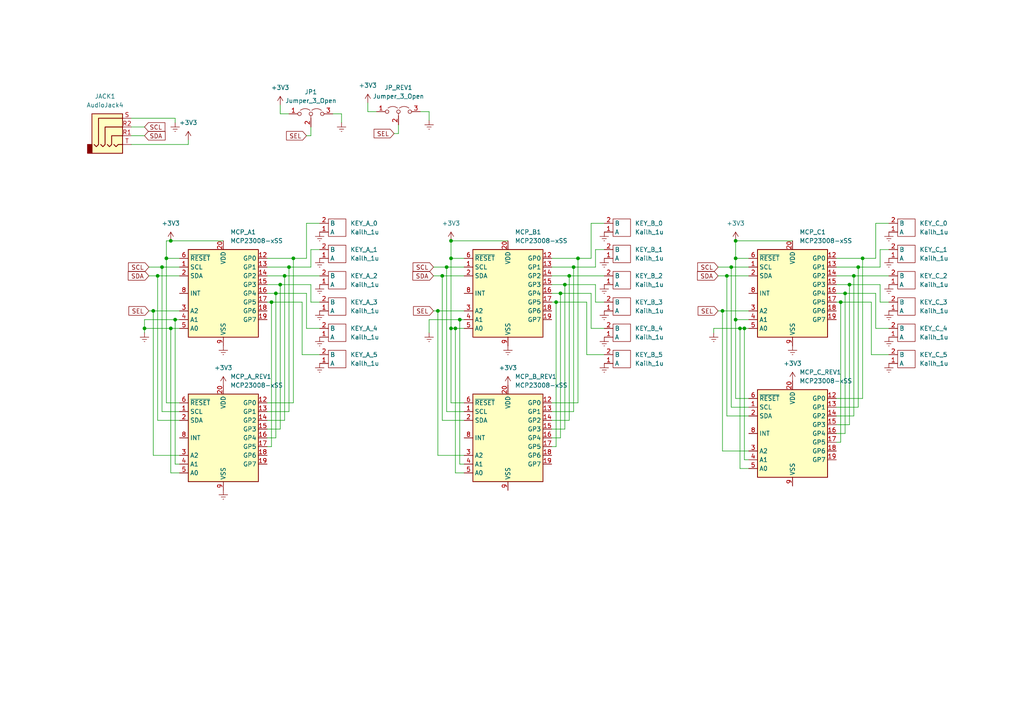
<source format=kicad_sch>
(kicad_sch (version 20211123) (generator eeschema)
  (paper "A4")
  (lib_symbols
    (symbol "Connector:AudioJack4"
      (property "Reference" "J" (at 0 8.89 0))
      (property "Value" "AudioJack4" (at 0 6.35 0))
      (symbol "AudioJack4_0_1"
        (rectangle (start -6.35 -5.08) (end -7.62 -7.62) (stroke (width 0.254)) (fill (type outline)))
        (polyline (pts (xy 0 -5.08) (xy 0.635 -5.715) (xy 1.27 -5.08) (xy 2.54 -5.08)) (stroke (width 0.254)))
        (polyline (pts (xy -5.715 -5.08) (xy -5.08 -5.715) (xy -4.445 -5.08) (xy -4.445 2.54) (xy 2.54 2.54)) (stroke (width 0.254)))
        (polyline (pts (xy -1.905 -5.08) (xy -1.27 -5.715) (xy -0.635 -5.08) (xy -0.635 -2.54) (xy 2.54 -2.54)) (stroke (width 0.254)))
        (polyline (pts (xy 2.54 0) (xy -2.54 0) (xy -2.54 -5.08) (xy -3.175 -5.715) (xy -3.81 -5.08)) (stroke (width 0.254)))
        (rectangle (start 2.54 3.81) (end -6.35 -7.62) (stroke (width 0.254)) (fill (type background)))
      )
      (symbol "AudioJack4_1_1"
        (pin passive line (at 5.08 -2.54 180) (length 2.54) (name "~") (number "R1"))
        (pin passive line (at 5.08 0 180) (length 2.54) (name "~") (number "R2"))
        (pin passive line (at 5.08 2.54 180) (length 2.54) (name "~") (number "S"))
        (pin passive line (at 5.08 -5.08 180) (length 2.54) (name "~") (number "T"))
      )
    )
    (symbol "Interface_Expansion:MCP23008-xSS"
      (property "Reference" "U" (at -8.89 13.97 0))
      (property "Value" "MCP23008-xSS" (at 8.89 13.97 0))
      (symbol "MCP23008-xSS_0_1"
        (rectangle (start -10.16 12.7) (end 10.16 -12.7) (stroke (width 0.254)) (fill (type background)))
      )
      (symbol "MCP23008-xSS_1_1"
        (pin input line (at -12.7 7.62 0) (length 2.54) (name "SCL") (number "1"))
        (pin no_connect line (at -10.16 -2.54 0) (length 2.54) hide (name "NC") (number "10"))
        (pin no_connect line (at 10.16 -10.16 180) (length 2.54) hide (name "NC") (number "11"))
        (pin bidirectional line (at 12.7 10.16 180) (length 2.54) (name "GP0") (number "12"))
        (pin bidirectional line (at 12.7 7.62 180) (length 2.54) (name "GP1") (number "13"))
        (pin bidirectional line (at 12.7 5.08 180) (length 2.54) (name "GP2") (number "14"))
        (pin bidirectional line (at 12.7 2.54 180) (length 2.54) (name "GP3") (number "15"))
        (pin bidirectional line (at 12.7 0 180) (length 2.54) (name "GP4") (number "16"))
        (pin bidirectional line (at 12.7 -2.54 180) (length 2.54) (name "GP5") (number "17"))
        (pin bidirectional line (at 12.7 -5.08 180) (length 2.54) (name "GP6") (number "18"))
        (pin bidirectional line (at 12.7 -7.62 180) (length 2.54) (name "GP7") (number "19"))
        (pin bidirectional line (at -12.7 5.08 0) (length 2.54) (name "SDA") (number "2"))
        (pin power_in line (at 0 15.24 270) (length 2.54) (name "VDD") (number "20"))
        (pin input line (at -12.7 -5.08 0) (length 2.54) (name "A2") (number "3"))
        (pin input line (at -12.7 -7.62 0) (length 2.54) (name "A1") (number "4"))
        (pin input line (at -12.7 -10.16 0) (length 2.54) (name "A0") (number "5"))
        (pin input line (at -12.7 10.16 0) (length 2.54) (name "~{RESET}") (number "6"))
        (pin no_connect line (at -10.16 2.54 0) (length 2.54) hide (name "NC") (number "7"))
        (pin output line (at -12.7 0 0) (length 2.54) (name "INT") (number "8"))
        (pin power_in line (at 0 -15.24 90) (length 2.54) (name "VSS") (number "9"))
      )
    )
    (symbol "Jumper:Jumper_3_Open" (pin_names (offset 0) hide)
      (property "Reference" "JP" (at -2.54 -2.54 0))
      (property "Value" "Jumper_3_Open" (at 0 2.794 0))
      (symbol "Jumper_3_Open_0_0"
        (circle (center -3.302 0) (radius 0.508))
        (circle (center 0 0) (radius 0.508))
        (circle (center 3.302 0) (radius 0.508))
      )
      (symbol "Jumper_3_Open_0_1"
        (arc (start -0.254 1.016) (mid -1.651 1.4992) (end -3.048 1.016))
        (polyline (pts (xy 0 -0.508) (xy 0 -1.27)))
        (arc (start 3.048 1.016) (mid 1.651 1.4992) (end 0.254 1.016))
      )
      (symbol "Jumper_3_Open_1_1"
        (pin passive line (at -6.35 0 0) (length 2.54) (name "A") (number "1"))
        (pin passive line (at 0 -3.81 90) (length 2.54) (name "C") (number "2"))
        (pin passive line (at 6.35 0 180) (length 2.54) (name "B") (number "3"))
      )
    )
    (symbol "power:+3.3V" (power) (pin_names (offset 0))
      (property "Value" "+3.3V" (at 0 3.556 0))
      (symbol "+3.3V_0_1"
        (polyline (pts (xy -0.762 1.27) (xy 0 2.54)))
        (polyline (pts (xy 0 0) (xy 0 2.54)))
        (polyline (pts (xy 0 2.54) (xy 0.762 1.27)))
      )
      (symbol "+3.3V_1_1"
        (pin power_in line (at 0 0 90) (length 0) hide (name "+3V3") (number "1"))
      )
    )
    (symbol "power:Earth" (power) (pin_names (offset 0))
      (symbol "Earth_0_1"
        (polyline (pts (xy -0.635 -1.905) (xy 0.635 -1.905)))
        (polyline (pts (xy -0.127 -2.54) (xy 0.127 -2.54)))
        (polyline (pts (xy 0 -1.27) (xy 0 0)))
        (polyline (pts (xy 1.27 -1.27) (xy -1.27 -1.27)))
      )
      (symbol "Earth_1_1"
        (pin power_in line (at 0 0 270) (length 0) hide (name "Earth") (number "1"))
      )
    )
    (symbol "projectLibrary:Kailh_1u"
      (property "Reference" "U" (at 8.89 -1.27 0))
      (property "Value" "Kailh_1u" (at 12.7 1.27 0))
      (symbol "Kailh_1u_0_1"
        (rectangle (start 2.54 2.54) (end 7.62 -2.54))
      )
      (symbol "Kailh_1u_1_1"
        (pin bidirectional line (at 0 -1.27 0) (length 2.54) (name "A") (number "1"))
        (pin bidirectional line (at 0 1.27 0) (length 2.54) (name "B") (number "2"))
      )
    )
  )
  (junction (at 85.09 74.93))
  (junction (at 163.83 82.55))
  (junction (at 166.37 77.47))
  (junction (at 250.19 74.93))
  (junction (at 130.81 95.25))
  (junction (at 246.38 82.55))
  (junction (at 245.11 85.09))
  (junction (at 46.99 77.47))
  (junction (at 213.36 74.93))
  (junction (at 132.08 95.25))
  (junction (at 214.63 95.25))
  (junction (at 162.56 85.09))
  (junction (at 130.81 69.85))
  (junction (at 167.64 74.93))
  (junction (at 50.8 92.71))
  (junction (at 165.1 80.01))
  (junction (at 247.65 80.01))
  (junction (at 48.26 74.93))
  (junction (at 45.72 80.01))
  (junction (at 130.81 74.93))
  (junction (at 81.28 82.55))
  (junction (at 78.74 87.63))
  (junction (at 127 90.17))
  (junction (at 209.55 90.17))
  (junction (at 41.91 95.25))
  (junction (at 161.29 87.63))
  (junction (at 129.54 77.47))
  (junction (at 82.55 80.01))
  (junction (at 83.82 77.47))
  (junction (at 213.36 92.71))
  (junction (at 215.9 95.25))
  (junction (at 248.92 77.47))
  (junction (at 44.45 90.17))
  (junction (at 80.01 85.09))
  (junction (at 133.35 92.71))
  (junction (at 213.36 69.85))
  (junction (at 210.82 80.01))
  (junction (at 49.53 69.85))
  (junction (at 128.27 80.01))
  (junction (at 212.09 77.47))
  (junction (at 243.84 87.63))
  (junction (at 49.53 95.25))
  (wire (pts (xy 129.54 77.47) (xy 134.62 77.47)))
  (wire (pts (xy 246.38 123.19) (xy 246.38 82.55)))
  (wire (pts (xy 254 74.93) (xy 254 64.77)))
  (wire (pts (xy 242.57 123.19) (xy 246.38 123.19)))
  (wire (pts (xy 172.72 82.55) (xy 172.72 87.63)))
  (wire (pts (xy 172.72 72.39) (xy 175.26 72.39)))
  (wire (pts (xy 99.06 33.02) (xy 99.06 35.56)))
  (wire (pts (xy 38.1 36.83) (xy 41.91 36.83)))
  (wire (pts (xy 130.81 116.84) (xy 130.81 95.25)))
  (wire (pts (xy 250.19 115.57) (xy 250.19 74.93)))
  (wire (pts (xy 88.9 64.77) (xy 92.71 64.77)))
  (wire (pts (xy 41.91 92.71) (xy 41.91 95.25)))
  (wire (pts (xy 132.08 95.25) (xy 130.81 95.25)))
  (wire (pts (xy 217.17 130.81) (xy 209.55 130.81)))
  (wire (pts (xy 213.36 115.57) (xy 213.36 92.71)))
  (wire (pts (xy 247.65 80.01) (xy 257.81 80.01)))
  (wire (pts (xy 90.17 82.55) (xy 90.17 87.63)))
  (wire (pts (xy 109.22 32.385) (xy 106.68 32.385)))
  (wire (pts (xy 208.28 80.01) (xy 210.82 80.01)))
  (wire (pts (xy 77.47 85.09) (xy 80.01 85.09)))
  (wire (pts (xy 243.84 87.63) (xy 252.73 87.63)))
  (wire (pts (xy 49.53 95.25) (xy 41.91 95.25)))
  (wire (pts (xy 217.17 120.65) (xy 210.82 120.65)))
  (wire (pts (xy 52.07 134.62) (xy 50.8 134.62)))
  (wire (pts (xy 163.83 82.55) (xy 172.72 82.55)))
  (wire (pts (xy 160.02 116.84) (xy 167.64 116.84)))
  (wire (pts (xy 38.1 41.91) (xy 54.61 41.91)))
  (wire (pts (xy 77.47 77.47) (xy 83.82 77.47)))
  (wire (pts (xy 124.46 32.385) (xy 124.46 34.925)))
  (wire (pts (xy 134.62 121.92) (xy 128.27 121.92)))
  (wire (pts (xy 46.99 77.47) (xy 52.07 77.47)))
  (wire (pts (xy 90.17 72.39) (xy 92.71 72.39)))
  (wire (pts (xy 128.27 121.92) (xy 128.27 80.01)))
  (wire (pts (xy 255.27 77.47) (xy 255.27 72.39)))
  (wire (pts (xy 160.02 121.92) (xy 165.1 121.92)))
  (wire (pts (xy 243.84 128.27) (xy 243.84 87.63)))
  (wire (pts (xy 85.09 74.93) (xy 88.9 74.93)))
  (wire (pts (xy 50.8 92.71) (xy 41.91 92.71)))
  (wire (pts (xy 43.18 90.17) (xy 44.45 90.17)))
  (wire (pts (xy 215.9 133.35) (xy 215.9 95.25)))
  (wire (pts (xy 245.11 85.09) (xy 254 85.09)))
  (wire (pts (xy 247.65 120.65) (xy 247.65 80.01)))
  (wire (pts (xy 130.81 69.85) (xy 147.32 69.85)))
  (wire (pts (xy 114.3 38.735) (xy 115.57 38.735)))
  (wire (pts (xy 52.07 116.84) (xy 48.26 116.84)))
  (wire (pts (xy 83.82 33.02) (xy 81.28 33.02)))
  (wire (pts (xy 133.35 92.71) (xy 134.62 92.71)))
  (wire (pts (xy 208.28 77.47) (xy 212.09 77.47)))
  (wire (pts (xy 88.9 85.09) (xy 88.9 95.25)))
  (wire (pts (xy 160.02 80.01) (xy 165.1 80.01)))
  (wire (pts (xy 41.91 95.25) (xy 41.91 96.52)))
  (wire (pts (xy 165.1 80.01) (xy 175.26 80.01)))
  (wire (pts (xy 248.92 118.11) (xy 248.92 77.47)))
  (wire (pts (xy 134.62 119.38) (xy 129.54 119.38)))
  (wire (pts (xy 48.26 116.84) (xy 48.26 74.93)))
  (wire (pts (xy 242.57 118.11) (xy 248.92 118.11)))
  (wire (pts (xy 127 132.08) (xy 127 90.17)))
  (wire (pts (xy 96.52 33.02) (xy 99.06 33.02)))
  (wire (pts (xy 45.72 80.01) (xy 52.07 80.01)))
  (wire (pts (xy 208.28 90.17) (xy 209.55 90.17)))
  (wire (pts (xy 254 85.09) (xy 254 95.25)))
  (wire (pts (xy 52.07 121.92) (xy 45.72 121.92)))
  (wire (pts (xy 130.81 69.85) (xy 130.81 74.93)))
  (wire (pts (xy 170.18 102.87) (xy 175.26 102.87)))
  (wire (pts (xy 85.09 116.84) (xy 85.09 74.93)))
  (wire (pts (xy 52.07 119.38) (xy 46.99 119.38)))
  (wire (pts (xy 215.9 95.25) (xy 217.17 95.25)))
  (wire (pts (xy 246.38 82.55) (xy 255.27 82.55)))
  (wire (pts (xy 45.72 80.01) (xy 45.72 121.92)))
  (wire (pts (xy 81.28 82.55) (xy 90.17 82.55)))
  (wire (pts (xy 160.02 129.54) (xy 161.29 129.54)))
  (wire (pts (xy 52.07 137.16) (xy 49.53 137.16)))
  (wire (pts (xy 78.74 87.63) (xy 87.63 87.63)))
  (wire (pts (xy 38.1 39.37) (xy 41.91 39.37)))
  (wire (pts (xy 77.47 129.54) (xy 78.74 129.54)))
  (wire (pts (xy 242.57 125.73) (xy 245.11 125.73)))
  (wire (pts (xy 48.26 74.93) (xy 48.26 69.85)))
  (wire (pts (xy 213.36 69.85) (xy 213.36 74.93)))
  (wire (pts (xy 166.37 119.38) (xy 166.37 77.47)))
  (wire (pts (xy 90.17 77.47) (xy 90.17 72.39)))
  (wire (pts (xy 83.82 77.47) (xy 83.82 119.38)))
  (wire (pts (xy 87.63 87.63) (xy 87.63 102.87)))
  (wire (pts (xy 121.92 32.385) (xy 124.46 32.385)))
  (wire (pts (xy 160.02 127) (xy 162.56 127)))
  (wire (pts (xy 54.61 41.91) (xy 54.61 40.64)))
  (wire (pts (xy 210.82 120.65) (xy 210.82 80.01)))
  (wire (pts (xy 213.36 74.93) (xy 213.36 92.71)))
  (wire (pts (xy 124.46 92.71) (xy 124.46 96.52)))
  (wire (pts (xy 130.81 74.93) (xy 130.81 95.25)))
  (wire (pts (xy 134.62 134.62) (xy 133.35 134.62)))
  (wire (pts (xy 77.47 124.46) (xy 81.28 124.46)))
  (wire (pts (xy 171.45 74.93) (xy 171.45 64.77)))
  (wire (pts (xy 49.53 137.16) (xy 49.53 95.25)))
  (wire (pts (xy 129.54 119.38) (xy 129.54 77.47)))
  (wire (pts (xy 77.47 119.38) (xy 83.82 119.38)))
  (wire (pts (xy 52.07 132.08) (xy 44.45 132.08)))
  (wire (pts (xy 213.36 69.85) (xy 229.87 69.85)))
  (wire (pts (xy 161.29 129.54) (xy 161.29 87.63)))
  (wire (pts (xy 134.62 95.25) (xy 132.08 95.25)))
  (wire (pts (xy 132.08 137.16) (xy 132.08 95.25)))
  (wire (pts (xy 160.02 85.09) (xy 162.56 85.09)))
  (wire (pts (xy 210.82 80.01) (xy 217.17 80.01)))
  (wire (pts (xy 134.62 116.84) (xy 130.81 116.84)))
  (wire (pts (xy 171.45 64.77) (xy 175.26 64.77)))
  (wire (pts (xy 77.47 82.55) (xy 81.28 82.55)))
  (wire (pts (xy 49.53 69.85) (xy 64.77 69.85)))
  (wire (pts (xy 128.27 80.01) (xy 134.62 80.01)))
  (wire (pts (xy 172.72 87.63) (xy 175.26 87.63)))
  (wire (pts (xy 160.02 119.38) (xy 166.37 119.38)))
  (wire (pts (xy 77.47 74.93) (xy 85.09 74.93)))
  (wire (pts (xy 115.57 38.735) (xy 115.57 36.195)))
  (wire (pts (xy 254 95.25) (xy 257.81 95.25)))
  (wire (pts (xy 80.01 85.09) (xy 80.01 127)))
  (wire (pts (xy 172.72 77.47) (xy 172.72 72.39)))
  (wire (pts (xy 134.62 137.16) (xy 132.08 137.16)))
  (wire (pts (xy 160.02 124.46) (xy 163.83 124.46)))
  (wire (pts (xy 242.57 74.93) (xy 250.19 74.93)))
  (wire (pts (xy 214.63 135.89) (xy 214.63 95.25)))
  (wire (pts (xy 217.17 92.71) (xy 213.36 92.71)))
  (wire (pts (xy 250.19 74.93) (xy 254 74.93)))
  (wire (pts (xy 248.92 77.47) (xy 255.27 77.47)))
  (wire (pts (xy 83.82 77.47) (xy 90.17 77.47)))
  (wire (pts (xy 127 90.17) (xy 134.62 90.17)))
  (wire (pts (xy 245.11 125.73) (xy 245.11 85.09)))
  (wire (pts (xy 162.56 85.09) (xy 171.45 85.09)))
  (wire (pts (xy 242.57 77.47) (xy 248.92 77.47)))
  (wire (pts (xy 46.99 119.38) (xy 46.99 77.47)))
  (wire (pts (xy 217.17 135.89) (xy 214.63 135.89)))
  (wire (pts (xy 212.09 118.11) (xy 212.09 77.47)))
  (wire (pts (xy 252.73 87.63) (xy 252.73 102.87)))
  (wire (pts (xy 52.07 92.71) (xy 50.8 92.71)))
  (wire (pts (xy 43.18 77.47) (xy 46.99 77.47)))
  (wire (pts (xy 80.01 85.09) (xy 88.9 85.09)))
  (wire (pts (xy 167.64 74.93) (xy 171.45 74.93)))
  (wire (pts (xy 77.47 87.63) (xy 78.74 87.63)))
  (wire (pts (xy 209.55 130.81) (xy 209.55 90.17)))
  (wire (pts (xy 252.73 102.87) (xy 257.81 102.87)))
  (wire (pts (xy 81.28 124.46) (xy 81.28 82.55)))
  (wire (pts (xy 88.9 95.25) (xy 92.71 95.25)))
  (wire (pts (xy 50.8 34.29) (xy 50.8 35.56)))
  (wire (pts (xy 81.28 30.48) (xy 81.28 33.02)))
  (wire (pts (xy 242.57 82.55) (xy 246.38 82.55)))
  (wire (pts (xy 242.57 87.63) (xy 243.84 87.63)))
  (wire (pts (xy 160.02 77.47) (xy 166.37 77.47)))
  (wire (pts (xy 77.47 80.01) (xy 82.55 80.01)))
  (wire (pts (xy 124.46 92.71) (xy 133.35 92.71)))
  (wire (pts (xy 48.26 69.85) (xy 49.53 69.85)))
  (wire (pts (xy 130.81 74.93) (xy 134.62 74.93)))
  (wire (pts (xy 171.45 95.25) (xy 175.26 95.25)))
  (wire (pts (xy 170.18 87.63) (xy 170.18 102.87)))
  (wire (pts (xy 165.1 121.92) (xy 165.1 80.01)))
  (wire (pts (xy 217.17 118.11) (xy 212.09 118.11)))
  (wire (pts (xy 163.83 124.46) (xy 163.83 82.55)))
  (wire (pts (xy 50.8 92.71) (xy 50.8 134.62)))
  (wire (pts (xy 78.74 129.54) (xy 78.74 87.63)))
  (wire (pts (xy 254 64.77) (xy 257.81 64.77)))
  (wire (pts (xy 171.45 85.09) (xy 171.45 95.25)))
  (wire (pts (xy 87.63 102.87) (xy 92.71 102.87)))
  (wire (pts (xy 161.29 87.63) (xy 170.18 87.63)))
  (wire (pts (xy 43.18 80.01) (xy 45.72 80.01)))
  (wire (pts (xy 134.62 132.08) (xy 127 132.08)))
  (wire (pts (xy 166.37 77.47) (xy 172.72 77.47)))
  (wire (pts (xy 133.35 134.62) (xy 133.35 92.71)))
  (wire (pts (xy 90.17 87.63) (xy 92.71 87.63)))
  (wire (pts (xy 82.55 80.01) (xy 92.71 80.01)))
  (wire (pts (xy 77.47 127) (xy 80.01 127)))
  (wire (pts (xy 160.02 87.63) (xy 161.29 87.63)))
  (wire (pts (xy 207.01 95.25) (xy 214.63 95.25)))
  (wire (pts (xy 242.57 80.01) (xy 247.65 80.01)))
  (wire (pts (xy 255.27 82.55) (xy 255.27 87.63)))
  (wire (pts (xy 162.56 127) (xy 162.56 85.09)))
  (wire (pts (xy 77.47 121.92) (xy 82.55 121.92)))
  (wire (pts (xy 213.36 74.93) (xy 217.17 74.93)))
  (wire (pts (xy 90.17 39.37) (xy 90.17 36.83)))
  (wire (pts (xy 214.63 95.25) (xy 215.9 95.25)))
  (wire (pts (xy 209.55 90.17) (xy 217.17 90.17)))
  (wire (pts (xy 82.55 121.92) (xy 82.55 80.01)))
  (wire (pts (xy 38.1 34.29) (xy 50.8 34.29)))
  (wire (pts (xy 44.45 132.08) (xy 44.45 90.17)))
  (wire (pts (xy 242.57 120.65) (xy 247.65 120.65)))
  (wire (pts (xy 52.07 95.25) (xy 49.53 95.25)))
  (wire (pts (xy 167.64 116.84) (xy 167.64 74.93)))
  (wire (pts (xy 52.07 74.93) (xy 48.26 74.93)))
  (wire (pts (xy 242.57 115.57) (xy 250.19 115.57)))
  (wire (pts (xy 160.02 74.93) (xy 167.64 74.93)))
  (wire (pts (xy 255.27 72.39) (xy 257.81 72.39)))
  (wire (pts (xy 88.9 39.37) (xy 90.17 39.37)))
  (wire (pts (xy 217.17 133.35) (xy 215.9 133.35)))
  (wire (pts (xy 44.45 90.17) (xy 52.07 90.17)))
  (wire (pts (xy 255.27 87.63) (xy 257.81 87.63)))
  (wire (pts (xy 125.73 77.47) (xy 129.54 77.47)))
  (wire (pts (xy 88.9 74.93) (xy 88.9 64.77)))
  (wire (pts (xy 106.68 29.845) (xy 106.68 32.385)))
  (wire (pts (xy 160.02 82.55) (xy 163.83 82.55)))
  (wire (pts (xy 242.57 85.09) (xy 245.11 85.09)))
  (wire (pts (xy 125.73 80.01) (xy 128.27 80.01)))
  (wire (pts (xy 217.17 115.57) (xy 213.36 115.57)))
  (wire (pts (xy 77.47 116.84) (xy 85.09 116.84)))
  (wire (pts (xy 207.01 96.52) (xy 207.01 95.25)))
  (wire (pts (xy 242.57 128.27) (xy 243.84 128.27)))
  (wire (pts (xy 125.73 90.17) (xy 127 90.17)))
  (wire (pts (xy 212.09 77.47) (xy 217.17 77.47)))
  (global_label "SEL" (shape input) (at 43.18 90.17 180) (property "Intersheet References" "${INTERSHEET_REFS}" (effects hide)))
  (global_label "SEL" (shape input) (at 125.73 90.17 180) (property "Intersheet References" "${INTERSHEET_REFS}" (effects hide)))
  (global_label "SCL" (shape input) (at 125.73 77.47 180) (property "Intersheet References" "${INTERSHEET_REFS}" (effects hide)))
  (global_label "SEL" (shape input) (at 208.28 90.17 180) (property "Intersheet References" "${INTERSHEET_REFS}" (effects hide)))
  (global_label "SEL" (shape input) (at 88.9 39.37 180) (property "Intersheet References" "${INTERSHEET_REFS}" (effects hide)))
  (global_label "SDA" (shape input) (at 125.73 80.01 180) (property "Intersheet References" "${INTERSHEET_REFS}" (effects hide)))
  (global_label "SCL" (shape input) (at 41.91 36.83 0) (property "Intersheet References" "${INTERSHEET_REFS}" (effects hide)))
  (global_label "SDA" (shape input) (at 208.28 80.01 180) (property "Intersheet References" "${INTERSHEET_REFS}" (effects hide)))
  (global_label "SCL" (shape input) (at 208.28 77.47 180) (property "Intersheet References" "${INTERSHEET_REFS}" (effects hide)))
  (global_label "SCL" (shape input) (at 43.18 77.47 180) (property "Intersheet References" "${INTERSHEET_REFS}" (effects hide)))
  (global_label "SDA" (shape input) (at 41.91 39.37 0) (property "Intersheet References" "${INTERSHEET_REFS}" (effects hide)))
  (global_label "SEL" (shape input) (at 114.3 38.735 180) (property "Intersheet References" "${INTERSHEET_REFS}" (effects hide)))
  (global_label "SDA" (shape input) (at 43.18 80.01 180) (property "Intersheet References" "${INTERSHEET_REFS}" (effects hide)))
  (symbol (lib_id "power:Earth") (at 257.81 74.93 0) (unit 1)
    (property "Reference" "#PWR0119" (effects hide))
    (property "Value" "Earth" (effects hide))
  )
  (symbol (lib_id "projectLibrary:Kailh_1u") (at 257.81 73.66 0) (unit 1)
    (property "Reference" "KEY_C_1" (at 266.7 72.3899 0) (effects (justify left)))
    (property "Value" "Kailh_1u" (at 266.7 74.9299 0) (effects (justify left)))
    (property "Footprint" "kailh:SW_PG1350_reversible" (effects hide))
  )
  (symbol (lib_id "power:Earth") (at 175.26 74.93 0) (unit 1)
    (property "Reference" "#PWR0110" (effects hide))
    (property "Value" "Earth" (effects hide))
  )
  (symbol (lib_id "projectLibrary:Kailh_1u") (at 175.26 88.9 0) (unit 1)
    (property "Reference" "KEY_B_3" (at 184.15 87.6299 0) (effects (justify left)))
    (property "Value" "Kailh_1u" (at 184.15 90.1699 0) (effects (justify left)))
    (property "Footprint" "kailh:SW_PG1350_reversible" (effects hide))
  )
  (symbol (lib_id "Interface_Expansion:MCP23008-xSS") (at 229.87 125.73 0) (unit 1)
    (property "Reference" "MCP_C_REV1" (at 231.8894 107.95 0) (effects (justify left)))
    (property "Value" "MCP23008-xSS" (at 231.8894 110.49 0) (effects (justify left)))
    (property "Footprint" "Package_SO:SSOP-20_5.3x7.2mm_P0.65mm" (effects hide))
    (property "Datasheet" "http://ww1.microchip.com/downloads/en/DeviceDoc/MCP23008-MCP23S08-Data-Sheet-20001919F.pdf" (effects hide))
  )
  (symbol (lib_id "power:+3.3V") (at 64.77 111.76 0) (unit 1)
    (property "Reference" "#PWR?" (effects hide))
    (property "Value" "+3.3V" (at 64.77 106.68 0))
  )
  (symbol (lib_id "projectLibrary:Kailh_1u") (at 92.71 104.14 0) (unit 1)
    (property "Reference" "KEY_A_5" (at 101.6 102.8699 0) (effects (justify left)))
    (property "Value" "Kailh_1u" (at 101.6 105.4099 0) (effects (justify left)))
    (property "Footprint" "kailh:SW_PG1350_reversible" (effects hide))
  )
  (symbol (lib_id "power:Earth") (at 175.26 90.17 0) (unit 1)
    (property "Reference" "#PWR0114" (effects hide))
    (property "Value" "Earth" (effects hide))
  )
  (symbol (lib_id "projectLibrary:Kailh_1u") (at 257.81 88.9 0) (unit 1)
    (property "Reference" "KEY_C_3" (at 266.7 87.6299 0) (effects (justify left)))
    (property "Value" "Kailh_1u" (at 266.7 90.1699 0) (effects (justify left)))
    (property "Footprint" "kailh:SW_PG1350_reversible" (effects hide))
  )
  (symbol (lib_id "power:+3.3V") (at 54.61 40.64 0) (unit 1)
    (property "Reference" "#PWR0106" (effects hide))
    (property "Value" "+3.3V" (at 54.61 35.56 0))
  )
  (symbol (lib_id "power:Earth") (at 64.77 100.33 0) (unit 1)
    (property "Reference" "#PWR0128" (effects hide))
    (property "Value" "Earth" (effects hide))
  )
  (symbol (lib_id "power:Earth") (at 175.26 105.41 0) (unit 1)
    (property "Reference" "#PWR0111" (effects hide))
    (property "Value" "Earth" (effects hide))
  )
  (symbol (lib_id "power:+3.3V") (at 213.36 69.85 0) (unit 1)
    (property "Reference" "#PWR0118" (effects hide))
    (property "Value" "+3.3V" (at 213.36 64.77 0))
  )
  (symbol (lib_id "Interface_Expansion:MCP23008-xSS") (at 64.77 85.09 0) (unit 1)
    (property "Reference" "MCP_A1" (at 66.7894 67.31 0) (effects (justify left)))
    (property "Value" "MCP23008-xSS" (at 66.7894 69.85 0) (effects (justify left)))
    (property "Footprint" "Package_SO:SSOP-20_5.3x7.2mm_P0.65mm" (effects hide))
    (property "Datasheet" "http://ww1.microchip.com/downloads/en/DeviceDoc/MCP23008-MCP23S08-Data-Sheet-20001919F.pdf" (effects hide))
  )
  (symbol (lib_id "projectLibrary:Kailh_1u") (at 257.81 66.04 0) (unit 1)
    (property "Reference" "KEY_C_0" (at 266.7 64.7699 0) (effects (justify left)))
    (property "Value" "Kailh_1u" (at 266.7 67.3099 0) (effects (justify left)))
    (property "Footprint" "kailh:SW_PG1350_reversible" (effects hide))
  )
  (symbol (lib_id "projectLibrary:Kailh_1u") (at 92.71 81.28 0) (unit 1)
    (property "Reference" "KEY_A_2" (at 101.6 80.0099 0) (effects (justify left)))
    (property "Value" "Kailh_1u" (at 101.6 82.5499 0) (effects (justify left)))
    (property "Footprint" "kailh:SW_PG1350_reversible" (effects hide))
  )
  (symbol (lib_id "power:Earth") (at 50.8 35.56 0) (unit 1)
    (property "Reference" "#PWR0107" (effects hide))
    (property "Value" "Earth" (effects hide))
  )
  (symbol (lib_id "power:Earth") (at 175.26 82.55 0) (unit 1)
    (property "Reference" "#PWR0113" (effects hide))
    (property "Value" "Earth" (effects hide))
  )
  (symbol (lib_id "power:Earth") (at 92.71 97.79 0) (unit 1)
    (property "Reference" "#PWR0125" (effects hide))
    (property "Value" "Earth" (effects hide))
  )
  (symbol (lib_id "power:Earth") (at 41.91 96.52 0) (unit 1)
    (property "Reference" "#PWR0123" (effects hide))
    (property "Value" "Earth" (effects hide))
  )
  (symbol (lib_id "power:Earth") (at 257.81 90.17 0) (unit 1)
    (property "Reference" "#PWR0117" (effects hide))
    (property "Value" "Earth" (effects hide))
  )
  (symbol (lib_id "power:+3.3V") (at 130.81 69.85 0) (unit 1)
    (property "Reference" "#PWR0101" (effects hide))
    (property "Value" "+3.3V" (at 130.81 64.77 0))
  )
  (symbol (lib_id "power:Earth") (at 92.71 105.41 0) (unit 1)
    (property "Reference" "#PWR0126" (effects hide))
    (property "Value" "Earth" (effects hide))
  )
  (symbol (lib_id "Jumper:Jumper_3_Open") (at 90.17 33.02 0) (unit 1)
    (property "Reference" "JP1" (at 90.17 26.67 0))
    (property "Value" "Jumper_3_Open" (at 90.17 29.21 0))
    (property "Footprint" "Jumper:SolderJumper-3_P1.3mm_Open_Pad1.0x1.5mm" (effects hide))
  )
  (symbol (lib_id "projectLibrary:Kailh_1u") (at 175.26 81.28 0) (unit 1)
    (property "Reference" "KEY_B_2" (at 184.15 80.0099 0) (effects (justify left)))
    (property "Value" "Kailh_1u" (at 184.15 82.5499 0) (effects (justify left)))
    (property "Footprint" "kailh:SW_PG1350_reversible" (effects hide))
  )
  (symbol (lib_id "power:Earth") (at 124.46 34.925 0) (unit 1)
    (property "Reference" "#PWR0133" (effects hide))
    (property "Value" "Earth" (effects hide))
  )
  (symbol (lib_id "power:Earth") (at 257.81 67.31 0) (unit 1)
    (property "Reference" "#PWR0120" (effects hide))
    (property "Value" "Earth" (effects hide))
  )
  (symbol (lib_id "power:Earth") (at 257.81 82.55 0) (unit 1)
    (property "Reference" "#PWR0116" (effects hide))
    (property "Value" "Earth" (effects hide))
  )
  (symbol (lib_id "Interface_Expansion:MCP23008-xSS") (at 229.87 85.09 0) (unit 1)
    (property "Reference" "MCP_C1" (at 231.8894 67.31 0) (effects (justify left)))
    (property "Value" "MCP23008-xSS" (at 231.8894 69.85 0) (effects (justify left)))
    (property "Footprint" "Package_SO:SSOP-20_5.3x7.2mm_P0.65mm" (effects hide))
    (property "Datasheet" "http://ww1.microchip.com/downloads/en/DeviceDoc/MCP23008-MCP23S08-Data-Sheet-20001919F.pdf" (effects hide))
  )
  (symbol (lib_id "power:Earth") (at 92.71 67.31 0) (unit 1)
    (property "Reference" "#PWR0108" (effects hide))
    (property "Value" "Earth" (effects hide))
  )
  (symbol (lib_id "power:+3.3V") (at 147.32 111.76 0) (unit 1)
    (property "Reference" "#PWR?" (effects hide))
    (property "Value" "+3.3V" (at 147.32 106.68 0))
  )
  (symbol (lib_id "power:Earth") (at 257.81 105.41 0) (unit 1)
    (property "Reference" "#PWR0102" (effects hide))
    (property "Value" "Earth" (effects hide))
  )
  (symbol (lib_id "Interface_Expansion:MCP23008-xSS") (at 64.77 127 0) (unit 1)
    (property "Reference" "MCP_A_REV1" (at 66.7894 109.22 0) (effects (justify left)))
    (property "Value" "MCP23008-xSS" (at 66.7894 111.76 0) (effects (justify left)))
    (property "Footprint" "Package_SO:SSOP-20_5.3x7.2mm_P0.65mm" (effects hide))
    (property "Datasheet" "http://ww1.microchip.com/downloads/en/DeviceDoc/MCP23008-MCP23S08-Data-Sheet-20001919F.pdf" (effects hide))
  )
  (symbol (lib_id "projectLibrary:Kailh_1u") (at 175.26 104.14 0) (unit 1)
    (property "Reference" "KEY_B_5" (at 184.15 102.8699 0) (effects (justify left)))
    (property "Value" "Kailh_1u" (at 184.15 105.4099 0) (effects (justify left)))
    (property "Footprint" "kailh:SW_PG1350_reversible" (effects hide))
  )
  (symbol (lib_id "projectLibrary:Kailh_1u") (at 257.81 96.52 0) (unit 1)
    (property "Reference" "KEY_C_4" (at 266.7 95.2499 0) (effects (justify left)))
    (property "Value" "Kailh_1u" (at 266.7 97.7899 0) (effects (justify left)))
    (property "Footprint" "kailh:SW_PG1350_reversible" (effects hide))
  )
  (symbol (lib_id "power:Earth") (at 124.46 96.52 0) (unit 1)
    (property "Reference" "#PWR0104" (effects hide))
    (property "Value" "Earth" (effects hide))
  )
  (symbol (lib_id "power:Earth") (at 207.01 96.52 0) (unit 1)
    (property "Reference" "#PWR0121" (effects hide))
    (property "Value" "Earth" (effects hide))
  )
  (symbol (lib_id "projectLibrary:Kailh_1u") (at 175.26 66.04 0) (unit 1)
    (property "Reference" "KEY_B_0" (at 184.15 64.7699 0) (effects (justify left)))
    (property "Value" "Kailh_1u" (at 184.15 67.3099 0) (effects (justify left)))
    (property "Footprint" "kailh:SW_PG1350_reversible" (effects hide))
  )
  (symbol (lib_id "projectLibrary:Kailh_1u") (at 92.71 96.52 0) (unit 1)
    (property "Reference" "KEY_A_4" (at 101.6 95.2499 0) (effects (justify left)))
    (property "Value" "Kailh_1u" (at 101.6 97.7899 0) (effects (justify left)))
    (property "Footprint" "kailh:SW_PG1350_reversible" (effects hide))
  )
  (symbol (lib_id "power:Earth") (at 229.87 100.33 0) (unit 1)
    (property "Reference" "#PWR0131" (effects hide))
    (property "Value" "Earth" (effects hide))
  )
  (symbol (lib_id "projectLibrary:Kailh_1u") (at 175.26 73.66 0) (unit 1)
    (property "Reference" "KEY_B_1" (at 184.15 72.3899 0) (effects (justify left)))
    (property "Value" "Kailh_1u" (at 184.15 74.9299 0) (effects (justify left)))
    (property "Footprint" "kailh:SW_PG1350_reversible" (effects hide))
  )
  (symbol (lib_id "Jumper:Jumper_3_Open") (at 115.57 32.385 0) (unit 1)
    (property "Reference" "JP_REV1" (at 115.57 25.4 0))
    (property "Value" "Jumper_3_Open" (at 115.57 27.94 0))
    (property "Footprint" "Jumper:SolderJumper-3_P1.3mm_Open_Pad1.0x1.5mm" (effects hide))
  )
  (symbol (lib_id "projectLibrary:Kailh_1u") (at 257.81 81.28 0) (unit 1)
    (property "Reference" "KEY_C_2" (at 266.7 80.0099 0) (effects (justify left)))
    (property "Value" "Kailh_1u" (at 266.7 82.5499 0) (effects (justify left)))
    (property "Footprint" "kailh:SW_PG1350_reversible" (effects hide))
  )
  (symbol (lib_id "projectLibrary:Kailh_1u") (at 92.71 73.66 0) (unit 1)
    (property "Reference" "KEY_A_1" (at 101.6 72.3899 0) (effects (justify left)))
    (property "Value" "Kailh_1u" (at 101.6 74.9299 0) (effects (justify left)))
    (property "Footprint" "kailh:SW_PG1350_reversible" (effects hide))
  )
  (symbol (lib_id "power:+3.3V") (at 81.28 30.48 0) (unit 1)
    (property "Reference" "#PWR0129" (effects hide))
    (property "Value" "+3.3V" (at 81.28 25.4 0))
  )
  (symbol (lib_id "power:Earth") (at 147.32 100.33 0) (unit 1)
    (property "Reference" "#PWR0132" (effects hide))
    (property "Value" "Earth" (effects hide))
  )
  (symbol (lib_id "projectLibrary:Kailh_1u") (at 175.26 96.52 0) (unit 1)
    (property "Reference" "KEY_B_4" (at 184.15 95.2499 0) (effects (justify left)))
    (property "Value" "Kailh_1u" (at 184.15 97.7899 0) (effects (justify left)))
    (property "Footprint" "kailh:SW_PG1350_reversible" (effects hide))
  )
  (symbol (lib_id "projectLibrary:Kailh_1u") (at 257.81 104.14 0) (unit 1)
    (property "Reference" "KEY_C_5" (at 266.7 102.8699 0) (effects (justify left)))
    (property "Value" "Kailh_1u" (at 266.7 105.4099 0) (effects (justify left)))
    (property "Footprint" "kailh:SW_PG1350_reversible" (effects hide))
  )
  (symbol (lib_id "power:+3.3V") (at 106.68 29.845 0) (unit 1)
    (property "Reference" "#PWR0134" (effects hide))
    (property "Value" "+3.3V" (at 106.68 24.765 0))
  )
  (symbol (lib_id "power:+3.3V") (at 229.87 110.49 0) (unit 1)
    (property "Reference" "#PWR?" (effects hide))
    (property "Value" "+3.3V" (at 229.87 105.41 0))
  )
  (symbol (lib_id "power:Earth") (at 64.77 142.24 0) (unit 1)
    (property "Reference" "#PWR0127" (effects hide))
    (property "Value" "Earth" (effects hide))
  )
  (symbol (lib_id "power:Earth") (at 175.26 97.79 0) (unit 1)
    (property "Reference" "#PWR0112" (effects hide))
    (property "Value" "Earth" (effects hide))
  )
  (symbol (lib_id "power:Earth") (at 92.71 90.17 0) (unit 1)
    (property "Reference" "#PWR0124" (effects hide))
    (property "Value" "Earth" (effects hide))
  )
  (symbol (lib_id "power:Earth") (at 92.71 82.55 0) (unit 1)
    (property "Reference" "#PWR0122" (effects hide))
    (property "Value" "Earth" (effects hide))
  )
  (symbol (lib_id "Connector:AudioJack4") (at 33.02 36.83 0) (unit 1)
    (property "Reference" "JACK1" (at 30.48 27.94 0))
    (property "Value" "AudioJack4" (at 30.48 30.48 0))
    (property "Footprint" "PJ-320A:TRRS-PJ-320A-no-Fmask" (effects hide))
  )
  (symbol (lib_id "Interface_Expansion:MCP23008-xSS") (at 147.32 85.09 0) (unit 1)
    (property "Reference" "MCP_B1" (at 149.3394 67.31 0) (effects (justify left)))
    (property "Value" "MCP23008-xSS" (at 149.3394 69.85 0) (effects (justify left)))
    (property "Footprint" "Package_SO:SSOP-20_5.3x7.2mm_P0.65mm" (effects hide))
    (property "Datasheet" "http://ww1.microchip.com/downloads/en/DeviceDoc/MCP23008-MCP23S08-Data-Sheet-20001919F.pdf" (effects hide))
  )
  (symbol (lib_id "power:Earth") (at 257.81 97.79 0) (unit 1)
    (property "Reference" "#PWR0115" (effects hide))
    (property "Value" "Earth" (effects hide))
  )
  (symbol (lib_id "projectLibrary:Kailh_1u") (at 92.71 66.04 0) (unit 1)
    (property "Reference" "KEY_A_0" (at 101.6 64.7699 0) (effects (justify left)))
    (property "Value" "Kailh_1u" (at 101.6 67.3099 0) (effects (justify left)))
    (property "Footprint" "kailh:SW_PG1350_reversible" (effects hide))
  )
  (symbol (lib_id "power:+3.3V") (at 49.53 69.85 0) (unit 1)
    (property "Reference" "#PWR0105" (effects hide))
    (property "Value" "+3.3V" (at 49.53 64.77 0))
  )
  (symbol (lib_id "projectLibrary:Kailh_1u") (at 92.71 88.9 0) (unit 1)
    (property "Reference" "KEY_A_3" (at 101.6 87.6299 0) (effects (justify left)))
    (property "Value" "Kailh_1u" (at 101.6 90.1699 0) (effects (justify left)))
    (property "Footprint" "kailh:SW_PG1350_reversible" (effects hide))
  )
  (symbol (lib_id "power:Earth") (at 99.06 35.56 0) (unit 1)
    (property "Reference" "#PWR0130" (effects hide))
    (property "Value" "Earth" (effects hide))
  )
  (symbol (lib_id "Interface_Expansion:MCP23008-xSS") (at 147.32 127 0) (unit 1)
    (property "Reference" "MCP_B_REV1" (at 149.3394 109.22 0) (effects (justify left)))
    (property "Value" "MCP23008-xSS" (at 149.3394 111.76 0) (effects (justify left)))
    (property "Footprint" "Package_SO:SSOP-20_5.3x7.2mm_P0.65mm" (effects hide))
    (property "Datasheet" "http://ww1.microchip.com/downloads/en/DeviceDoc/MCP23008-MCP23S08-Data-Sheet-20001919F.pdf" (effects hide))
  )
  (symbol (lib_id "power:Earth") (at 92.71 74.93 0) (unit 1)
    (property "Reference" "#PWR0109" (effects hide))
    (property "Value" "Earth" (effects hide))
  )
  (symbol (lib_id "power:Earth") (at 175.26 67.31 0) (unit 1)
    (property "Reference" "#PWR0103" (effects hide))
    (property "Value" "Earth" (effects hide))
  )
)
</source>
